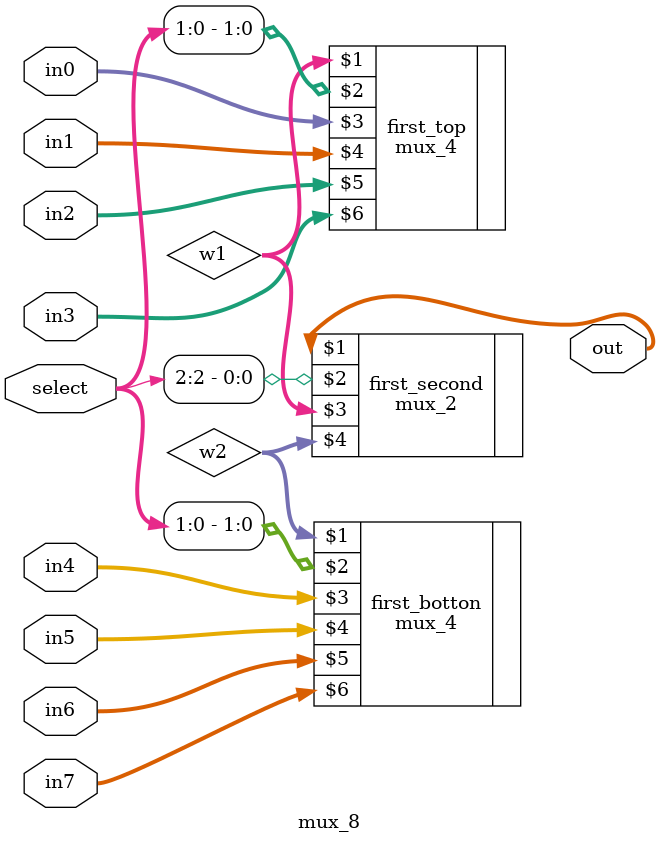
<source format=v>
module mux_8(out, select, in0, in1, in2, in3, in4, in5, in6, in7);
    input [2:0] select;
    input [31:0] in0, in1, in2, in3, in4, in5, in6, in7;
    output [31:0] out;
    wire [31:0] w1, w2;
    mux_4 first_top(w1, select[1:0], in0, in1, in2, in3);
    mux_4 first_botton(w2, select[1:0], in4, in5, in6, in7);
    mux_2 first_second(out, select[2], w1, w2);
endmodule
</source>
